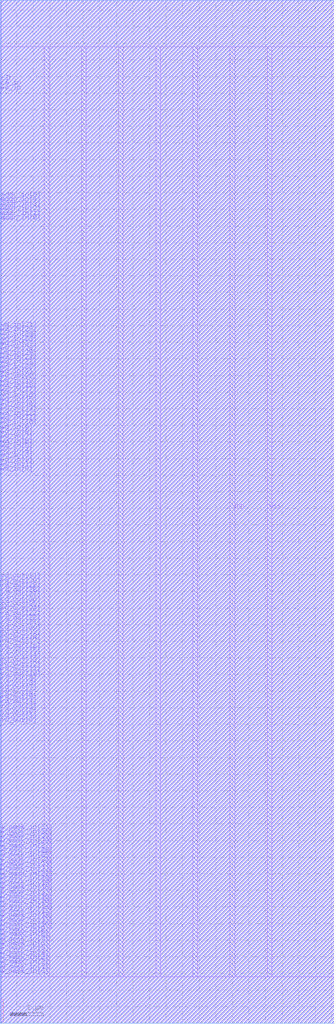
<source format=lef>
VERSION 5.7 ;
BUSBITCHARS "[]" ;
MACRO fakeram45_64x32_upper
  FOREIGN fakeram45_64x32_upper 0 0 ;
  SYMMETRY X Y R90 ;
  SIZE 0.19 BY 1.4 ;
  CLASS BLOCK ;
  PIN w_mask_in[0]
    DIRECTION INPUT ;
    USE SIGNAL ;
    SHAPE ABUTMENT ;
    PORT
      LAYER metal18 ;
      RECT 0.000 2.800 0.070 2.870 ;
    END
  END w_mask_in[0]
  PIN w_mask_in[1]
    DIRECTION INPUT ;
    USE SIGNAL ;
    SHAPE ABUTMENT ;
    PORT
      LAYER metal18 ;
      RECT 0.000 3.080 0.070 3.150 ;
    END
  END w_mask_in[1]
  PIN w_mask_in[2]
    DIRECTION INPUT ;
    USE SIGNAL ;
    SHAPE ABUTMENT ;
    PORT
      LAYER metal18 ;
      RECT 0.000 3.360 0.070 3.430 ;
    END
  END w_mask_in[2]
  PIN w_mask_in[3]
    DIRECTION INPUT ;
    USE SIGNAL ;
    SHAPE ABUTMENT ;
    PORT
      LAYER metal18 ;
      RECT 0.000 3.640 0.070 3.710 ;
    END
  END w_mask_in[3]
  PIN w_mask_in[4]
    DIRECTION INPUT ;
    USE SIGNAL ;
    SHAPE ABUTMENT ;
    PORT
      LAYER metal18 ;
      RECT 0.000 3.920 0.070 3.990 ;
    END
  END w_mask_in[4]
  PIN w_mask_in[5]
    DIRECTION INPUT ;
    USE SIGNAL ;
    SHAPE ABUTMENT ;
    PORT
      LAYER metal18 ;
      RECT 0.000 4.200 0.070 4.270 ;
    END
  END w_mask_in[5]
  PIN w_mask_in[6]
    DIRECTION INPUT ;
    USE SIGNAL ;
    SHAPE ABUTMENT ;
    PORT
      LAYER metal18 ;
      RECT 0.000 4.480 0.070 4.550 ;
    END
  END w_mask_in[6]
  PIN w_mask_in[7]
    DIRECTION INPUT ;
    USE SIGNAL ;
    SHAPE ABUTMENT ;
    PORT
      LAYER metal18 ;
      RECT 0.000 4.760 0.070 4.830 ;
    END
  END w_mask_in[7]
  PIN w_mask_in[8]
    DIRECTION INPUT ;
    USE SIGNAL ;
    SHAPE ABUTMENT ;
    PORT
      LAYER metal18 ;
      RECT 0.000 5.040 0.070 5.110 ;
    END
  END w_mask_in[8]
  PIN w_mask_in[9]
    DIRECTION INPUT ;
    USE SIGNAL ;
    SHAPE ABUTMENT ;
    PORT
      LAYER metal18 ;
      RECT 0.000 5.320 0.070 5.390 ;
    END
  END w_mask_in[9]
  PIN w_mask_in[10]
    DIRECTION INPUT ;
    USE SIGNAL ;
    SHAPE ABUTMENT ;
    PORT
      LAYER metal18 ;
      RECT 0.000 5.600 0.070 5.670 ;
    END
  END w_mask_in[10]
  PIN w_mask_in[11]
    DIRECTION INPUT ;
    USE SIGNAL ;
    SHAPE ABUTMENT ;
    PORT
      LAYER metal18 ;
      RECT 0.000 5.880 0.070 5.950 ;
    END
  END w_mask_in[11]
  PIN w_mask_in[12]
    DIRECTION INPUT ;
    USE SIGNAL ;
    SHAPE ABUTMENT ;
    PORT
      LAYER metal18 ;
      RECT 0.000 6.160 0.070 6.230 ;
    END
  END w_mask_in[12]
  PIN w_mask_in[13]
    DIRECTION INPUT ;
    USE SIGNAL ;
    SHAPE ABUTMENT ;
    PORT
      LAYER metal18 ;
      RECT 0.000 6.440 0.070 6.510 ;
    END
  END w_mask_in[13]
  PIN w_mask_in[14]
    DIRECTION INPUT ;
    USE SIGNAL ;
    SHAPE ABUTMENT ;
    PORT
      LAYER metal18 ;
      RECT 0.000 6.720 0.070 6.790 ;
    END
  END w_mask_in[14]
  PIN w_mask_in[15]
    DIRECTION INPUT ;
    USE SIGNAL ;
    SHAPE ABUTMENT ;
    PORT
      LAYER metal18 ;
      RECT 0.000 7.000 0.070 7.070 ;
    END
  END w_mask_in[15]
  PIN w_mask_in[16]
    DIRECTION INPUT ;
    USE SIGNAL ;
    SHAPE ABUTMENT ;
    PORT
      LAYER metal18 ;
      RECT 0.000 7.280 0.070 7.350 ;
    END
  END w_mask_in[16]
  PIN w_mask_in[17]
    DIRECTION INPUT ;
    USE SIGNAL ;
    SHAPE ABUTMENT ;
    PORT
      LAYER metal18 ;
      RECT 0.000 7.560 0.070 7.630 ;
    END
  END w_mask_in[17]
  PIN w_mask_in[18]
    DIRECTION INPUT ;
    USE SIGNAL ;
    SHAPE ABUTMENT ;
    PORT
      LAYER metal18 ;
      RECT 0.000 7.840 0.070 7.910 ;
    END
  END w_mask_in[18]
  PIN w_mask_in[19]
    DIRECTION INPUT ;
    USE SIGNAL ;
    SHAPE ABUTMENT ;
    PORT
      LAYER metal18 ;
      RECT 0.000 8.120 0.070 8.190 ;
    END
  END w_mask_in[19]
  PIN w_mask_in[20]
    DIRECTION INPUT ;
    USE SIGNAL ;
    SHAPE ABUTMENT ;
    PORT
      LAYER metal18 ;
      RECT 0.000 8.400 0.070 8.470 ;
    END
  END w_mask_in[20]
  PIN w_mask_in[21]
    DIRECTION INPUT ;
    USE SIGNAL ;
    SHAPE ABUTMENT ;
    PORT
      LAYER metal18 ;
      RECT 0.000 8.680 0.070 8.750 ;
    END
  END w_mask_in[21]
  PIN w_mask_in[22]
    DIRECTION INPUT ;
    USE SIGNAL ;
    SHAPE ABUTMENT ;
    PORT
      LAYER metal18 ;
      RECT 0.000 8.960 0.070 9.030 ;
    END
  END w_mask_in[22]
  PIN w_mask_in[23]
    DIRECTION INPUT ;
    USE SIGNAL ;
    SHAPE ABUTMENT ;
    PORT
      LAYER metal18 ;
      RECT 0.000 9.240 0.070 9.310 ;
    END
  END w_mask_in[23]
  PIN w_mask_in[24]
    DIRECTION INPUT ;
    USE SIGNAL ;
    SHAPE ABUTMENT ;
    PORT
      LAYER metal18 ;
      RECT 0.000 9.520 0.070 9.590 ;
    END
  END w_mask_in[24]
  PIN w_mask_in[25]
    DIRECTION INPUT ;
    USE SIGNAL ;
    SHAPE ABUTMENT ;
    PORT
      LAYER metal18 ;
      RECT 0.000 9.800 0.070 9.870 ;
    END
  END w_mask_in[25]
  PIN w_mask_in[26]
    DIRECTION INPUT ;
    USE SIGNAL ;
    SHAPE ABUTMENT ;
    PORT
      LAYER metal18 ;
      RECT 0.000 10.080 0.070 10.150 ;
    END
  END w_mask_in[26]
  PIN w_mask_in[27]
    DIRECTION INPUT ;
    USE SIGNAL ;
    SHAPE ABUTMENT ;
    PORT
      LAYER metal18 ;
      RECT 0.000 10.360 0.070 10.430 ;
    END
  END w_mask_in[27]
  PIN w_mask_in[28]
    DIRECTION INPUT ;
    USE SIGNAL ;
    SHAPE ABUTMENT ;
    PORT
      LAYER metal18 ;
      RECT 0.000 10.640 0.070 10.710 ;
    END
  END w_mask_in[28]
  PIN w_mask_in[29]
    DIRECTION INPUT ;
    USE SIGNAL ;
    SHAPE ABUTMENT ;
    PORT
      LAYER metal18 ;
      RECT 0.000 10.920 0.070 10.990 ;
    END
  END w_mask_in[29]
  PIN w_mask_in[30]
    DIRECTION INPUT ;
    USE SIGNAL ;
    SHAPE ABUTMENT ;
    PORT
      LAYER metal18 ;
      RECT 0.000 11.200 0.070 11.270 ;
    END
  END w_mask_in[30]
  PIN w_mask_in[31]
    DIRECTION INPUT ;
    USE SIGNAL ;
    SHAPE ABUTMENT ;
    PORT
      LAYER metal18 ;
      RECT 0.000 11.480 0.070 11.550 ;
    END
  END w_mask_in[31]
  PIN rd_out[0]
    DIRECTION OUTPUT ;
    USE SIGNAL ;
    SHAPE ABUTMENT ;
    PORT
      LAYER metal18 ;
      RECT 0.000 17.920 0.070 17.990 ;
    END
  END rd_out[0]
  PIN rd_out[1]
    DIRECTION OUTPUT ;
    USE SIGNAL ;
    SHAPE ABUTMENT ;
    PORT
      LAYER metal18 ;
      RECT 0.000 18.200 0.070 18.270 ;
    END
  END rd_out[1]
  PIN rd_out[2]
    DIRECTION OUTPUT ;
    USE SIGNAL ;
    SHAPE ABUTMENT ;
    PORT
      LAYER metal18 ;
      RECT 0.000 18.480 0.070 18.550 ;
    END
  END rd_out[2]
  PIN rd_out[3]
    DIRECTION OUTPUT ;
    USE SIGNAL ;
    SHAPE ABUTMENT ;
    PORT
      LAYER metal18 ;
      RECT 0.000 18.760 0.070 18.830 ;
    END
  END rd_out[3]
  PIN rd_out[4]
    DIRECTION OUTPUT ;
    USE SIGNAL ;
    SHAPE ABUTMENT ;
    PORT
      LAYER metal18 ;
      RECT 0.000 19.040 0.070 19.110 ;
    END
  END rd_out[4]
  PIN rd_out[5]
    DIRECTION OUTPUT ;
    USE SIGNAL ;
    SHAPE ABUTMENT ;
    PORT
      LAYER metal18 ;
      RECT 0.000 19.320 0.070 19.390 ;
    END
  END rd_out[5]
  PIN rd_out[6]
    DIRECTION OUTPUT ;
    USE SIGNAL ;
    SHAPE ABUTMENT ;
    PORT
      LAYER metal18 ;
      RECT 0.000 19.600 0.070 19.670 ;
    END
  END rd_out[6]
  PIN rd_out[7]
    DIRECTION OUTPUT ;
    USE SIGNAL ;
    SHAPE ABUTMENT ;
    PORT
      LAYER metal18 ;
      RECT 0.000 19.880 0.070 19.950 ;
    END
  END rd_out[7]
  PIN rd_out[8]
    DIRECTION OUTPUT ;
    USE SIGNAL ;
    SHAPE ABUTMENT ;
    PORT
      LAYER metal18 ;
      RECT 0.000 20.160 0.070 20.230 ;
    END
  END rd_out[8]
  PIN rd_out[9]
    DIRECTION OUTPUT ;
    USE SIGNAL ;
    SHAPE ABUTMENT ;
    PORT
      LAYER metal18 ;
      RECT 0.000 20.440 0.070 20.510 ;
    END
  END rd_out[9]
  PIN rd_out[10]
    DIRECTION OUTPUT ;
    USE SIGNAL ;
    SHAPE ABUTMENT ;
    PORT
      LAYER metal18 ;
      RECT 0.000 20.720 0.070 20.790 ;
    END
  END rd_out[10]
  PIN rd_out[11]
    DIRECTION OUTPUT ;
    USE SIGNAL ;
    SHAPE ABUTMENT ;
    PORT
      LAYER metal18 ;
      RECT 0.000 21.000 0.070 21.070 ;
    END
  END rd_out[11]
  PIN rd_out[12]
    DIRECTION OUTPUT ;
    USE SIGNAL ;
    SHAPE ABUTMENT ;
    PORT
      LAYER metal18 ;
      RECT 0.000 21.280 0.070 21.350 ;
    END
  END rd_out[12]
  PIN rd_out[13]
    DIRECTION OUTPUT ;
    USE SIGNAL ;
    SHAPE ABUTMENT ;
    PORT
      LAYER metal18 ;
      RECT 0.000 21.560 0.070 21.630 ;
    END
  END rd_out[13]
  PIN rd_out[14]
    DIRECTION OUTPUT ;
    USE SIGNAL ;
    SHAPE ABUTMENT ;
    PORT
      LAYER metal18 ;
      RECT 0.000 21.840 0.070 21.910 ;
    END
  END rd_out[14]
  PIN rd_out[15]
    DIRECTION OUTPUT ;
    USE SIGNAL ;
    SHAPE ABUTMENT ;
    PORT
      LAYER metal18 ;
      RECT 0.000 22.120 0.070 22.190 ;
    END
  END rd_out[15]
  PIN rd_out[16]
    DIRECTION OUTPUT ;
    USE SIGNAL ;
    SHAPE ABUTMENT ;
    PORT
      LAYER metal18 ;
      RECT 0.000 22.400 0.070 22.470 ;
    END
  END rd_out[16]
  PIN rd_out[17]
    DIRECTION OUTPUT ;
    USE SIGNAL ;
    SHAPE ABUTMENT ;
    PORT
      LAYER metal18 ;
      RECT 0.000 22.680 0.070 22.750 ;
    END
  END rd_out[17]
  PIN rd_out[18]
    DIRECTION OUTPUT ;
    USE SIGNAL ;
    SHAPE ABUTMENT ;
    PORT
      LAYER metal18 ;
      RECT 0.000 22.960 0.070 23.030 ;
    END
  END rd_out[18]
  PIN rd_out[19]
    DIRECTION OUTPUT ;
    USE SIGNAL ;
    SHAPE ABUTMENT ;
    PORT
      LAYER metal18 ;
      RECT 0.000 23.240 0.070 23.310 ;
    END
  END rd_out[19]
  PIN rd_out[20]
    DIRECTION OUTPUT ;
    USE SIGNAL ;
    SHAPE ABUTMENT ;
    PORT
      LAYER metal18 ;
      RECT 0.000 23.520 0.070 23.590 ;
    END
  END rd_out[20]
  PIN rd_out[21]
    DIRECTION OUTPUT ;
    USE SIGNAL ;
    SHAPE ABUTMENT ;
    PORT
      LAYER metal18 ;
      RECT 0.000 23.800 0.070 23.870 ;
    END
  END rd_out[21]
  PIN rd_out[22]
    DIRECTION OUTPUT ;
    USE SIGNAL ;
    SHAPE ABUTMENT ;
    PORT
      LAYER metal18 ;
      RECT 0.000 24.080 0.070 24.150 ;
    END
  END rd_out[22]
  PIN rd_out[23]
    DIRECTION OUTPUT ;
    USE SIGNAL ;
    SHAPE ABUTMENT ;
    PORT
      LAYER metal18 ;
      RECT 0.000 24.360 0.070 24.430 ;
    END
  END rd_out[23]
  PIN rd_out[24]
    DIRECTION OUTPUT ;
    USE SIGNAL ;
    SHAPE ABUTMENT ;
    PORT
      LAYER metal18 ;
      RECT 0.000 24.640 0.070 24.710 ;
    END
  END rd_out[24]
  PIN rd_out[25]
    DIRECTION OUTPUT ;
    USE SIGNAL ;
    SHAPE ABUTMENT ;
    PORT
      LAYER metal18 ;
      RECT 0.000 24.920 0.070 24.990 ;
    END
  END rd_out[25]
  PIN rd_out[26]
    DIRECTION OUTPUT ;
    USE SIGNAL ;
    SHAPE ABUTMENT ;
    PORT
      LAYER metal18 ;
      RECT 0.000 25.200 0.070 25.270 ;
    END
  END rd_out[26]
  PIN rd_out[27]
    DIRECTION OUTPUT ;
    USE SIGNAL ;
    SHAPE ABUTMENT ;
    PORT
      LAYER metal18 ;
      RECT 0.000 25.480 0.070 25.550 ;
    END
  END rd_out[27]
  PIN rd_out[28]
    DIRECTION OUTPUT ;
    USE SIGNAL ;
    SHAPE ABUTMENT ;
    PORT
      LAYER metal18 ;
      RECT 0.000 25.760 0.070 25.830 ;
    END
  END rd_out[28]
  PIN rd_out[29]
    DIRECTION OUTPUT ;
    USE SIGNAL ;
    SHAPE ABUTMENT ;
    PORT
      LAYER metal18 ;
      RECT 0.000 26.040 0.070 26.110 ;
    END
  END rd_out[29]
  PIN rd_out[30]
    DIRECTION OUTPUT ;
    USE SIGNAL ;
    SHAPE ABUTMENT ;
    PORT
      LAYER metal18 ;
      RECT 0.000 26.320 0.070 26.390 ;
    END
  END rd_out[30]
  PIN rd_out[31]
    DIRECTION OUTPUT ;
    USE SIGNAL ;
    SHAPE ABUTMENT ;
    PORT
      LAYER metal18 ;
      RECT 0.000 26.600 0.070 26.670 ;
    END
  END rd_out[31]
  PIN wd_in[0]
    DIRECTION INPUT ;
    USE SIGNAL ;
    SHAPE ABUTMENT ;
    PORT
      LAYER metal18 ;
      RECT 0.000 33.040 0.070 33.110 ;
    END
  END wd_in[0]
  PIN wd_in[1]
    DIRECTION INPUT ;
    USE SIGNAL ;
    SHAPE ABUTMENT ;
    PORT
      LAYER metal18 ;
      RECT 0.000 33.320 0.070 33.390 ;
    END
  END wd_in[1]
  PIN wd_in[2]
    DIRECTION INPUT ;
    USE SIGNAL ;
    SHAPE ABUTMENT ;
    PORT
      LAYER metal18 ;
      RECT 0.000 33.600 0.070 33.670 ;
    END
  END wd_in[2]
  PIN wd_in[3]
    DIRECTION INPUT ;
    USE SIGNAL ;
    SHAPE ABUTMENT ;
    PORT
      LAYER metal18 ;
      RECT 0.000 33.880 0.070 33.950 ;
    END
  END wd_in[3]
  PIN wd_in[4]
    DIRECTION INPUT ;
    USE SIGNAL ;
    SHAPE ABUTMENT ;
    PORT
      LAYER metal18 ;
      RECT 0.000 34.160 0.070 34.230 ;
    END
  END wd_in[4]
  PIN wd_in[5]
    DIRECTION INPUT ;
    USE SIGNAL ;
    SHAPE ABUTMENT ;
    PORT
      LAYER metal18 ;
      RECT 0.000 34.440 0.070 34.510 ;
    END
  END wd_in[5]
  PIN wd_in[6]
    DIRECTION INPUT ;
    USE SIGNAL ;
    SHAPE ABUTMENT ;
    PORT
      LAYER metal18 ;
      RECT 0.000 34.720 0.070 34.790 ;
    END
  END wd_in[6]
  PIN wd_in[7]
    DIRECTION INPUT ;
    USE SIGNAL ;
    SHAPE ABUTMENT ;
    PORT
      LAYER metal18 ;
      RECT 0.000 35.000 0.070 35.070 ;
    END
  END wd_in[7]
  PIN wd_in[8]
    DIRECTION INPUT ;
    USE SIGNAL ;
    SHAPE ABUTMENT ;
    PORT
      LAYER metal18 ;
      RECT 0.000 35.280 0.070 35.350 ;
    END
  END wd_in[8]
  PIN wd_in[9]
    DIRECTION INPUT ;
    USE SIGNAL ;
    SHAPE ABUTMENT ;
    PORT
      LAYER metal18 ;
      RECT 0.000 35.560 0.070 35.630 ;
    END
  END wd_in[9]
  PIN wd_in[10]
    DIRECTION INPUT ;
    USE SIGNAL ;
    SHAPE ABUTMENT ;
    PORT
      LAYER metal18 ;
      RECT 0.000 35.840 0.070 35.910 ;
    END
  END wd_in[10]
  PIN wd_in[11]
    DIRECTION INPUT ;
    USE SIGNAL ;
    SHAPE ABUTMENT ;
    PORT
      LAYER metal18 ;
      RECT 0.000 36.120 0.070 36.190 ;
    END
  END wd_in[11]
  PIN wd_in[12]
    DIRECTION INPUT ;
    USE SIGNAL ;
    SHAPE ABUTMENT ;
    PORT
      LAYER metal18 ;
      RECT 0.000 36.400 0.070 36.470 ;
    END
  END wd_in[12]
  PIN wd_in[13]
    DIRECTION INPUT ;
    USE SIGNAL ;
    SHAPE ABUTMENT ;
    PORT
      LAYER metal18 ;
      RECT 0.000 36.680 0.070 36.750 ;
    END
  END wd_in[13]
  PIN wd_in[14]
    DIRECTION INPUT ;
    USE SIGNAL ;
    SHAPE ABUTMENT ;
    PORT
      LAYER metal18 ;
      RECT 0.000 36.960 0.070 37.030 ;
    END
  END wd_in[14]
  PIN wd_in[15]
    DIRECTION INPUT ;
    USE SIGNAL ;
    SHAPE ABUTMENT ;
    PORT
      LAYER metal18 ;
      RECT 0.000 37.240 0.070 37.310 ;
    END
  END wd_in[15]
  PIN wd_in[16]
    DIRECTION INPUT ;
    USE SIGNAL ;
    SHAPE ABUTMENT ;
    PORT
      LAYER metal18 ;
      RECT 0.000 37.520 0.070 37.590 ;
    END
  END wd_in[16]
  PIN wd_in[17]
    DIRECTION INPUT ;
    USE SIGNAL ;
    SHAPE ABUTMENT ;
    PORT
      LAYER metal18 ;
      RECT 0.000 37.800 0.070 37.870 ;
    END
  END wd_in[17]
  PIN wd_in[18]
    DIRECTION INPUT ;
    USE SIGNAL ;
    SHAPE ABUTMENT ;
    PORT
      LAYER metal18 ;
      RECT 0.000 38.080 0.070 38.150 ;
    END
  END wd_in[18]
  PIN wd_in[19]
    DIRECTION INPUT ;
    USE SIGNAL ;
    SHAPE ABUTMENT ;
    PORT
      LAYER metal18 ;
      RECT 0.000 38.360 0.070 38.430 ;
    END
  END wd_in[19]
  PIN wd_in[20]
    DIRECTION INPUT ;
    USE SIGNAL ;
    SHAPE ABUTMENT ;
    PORT
      LAYER metal18 ;
      RECT 0.000 38.640 0.070 38.710 ;
    END
  END wd_in[20]
  PIN wd_in[21]
    DIRECTION INPUT ;
    USE SIGNAL ;
    SHAPE ABUTMENT ;
    PORT
      LAYER metal18 ;
      RECT 0.000 38.920 0.070 38.990 ;
    END
  END wd_in[21]
  PIN wd_in[22]
    DIRECTION INPUT ;
    USE SIGNAL ;
    SHAPE ABUTMENT ;
    PORT
      LAYER metal18 ;
      RECT 0.000 39.200 0.070 39.270 ;
    END
  END wd_in[22]
  PIN wd_in[23]
    DIRECTION INPUT ;
    USE SIGNAL ;
    SHAPE ABUTMENT ;
    PORT
      LAYER metal18 ;
      RECT 0.000 39.480 0.070 39.550 ;
    END
  END wd_in[23]
  PIN wd_in[24]
    DIRECTION INPUT ;
    USE SIGNAL ;
    SHAPE ABUTMENT ;
    PORT
      LAYER metal18 ;
      RECT 0.000 39.760 0.070 39.830 ;
    END
  END wd_in[24]
  PIN wd_in[25]
    DIRECTION INPUT ;
    USE SIGNAL ;
    SHAPE ABUTMENT ;
    PORT
      LAYER metal18 ;
      RECT 0.000 40.040 0.070 40.110 ;
    END
  END wd_in[25]
  PIN wd_in[26]
    DIRECTION INPUT ;
    USE SIGNAL ;
    SHAPE ABUTMENT ;
    PORT
      LAYER metal18 ;
      RECT 0.000 40.320 0.070 40.390 ;
    END
  END wd_in[26]
  PIN wd_in[27]
    DIRECTION INPUT ;
    USE SIGNAL ;
    SHAPE ABUTMENT ;
    PORT
      LAYER metal18 ;
      RECT 0.000 40.600 0.070 40.670 ;
    END
  END wd_in[27]
  PIN wd_in[28]
    DIRECTION INPUT ;
    USE SIGNAL ;
    SHAPE ABUTMENT ;
    PORT
      LAYER metal18 ;
      RECT 0.000 40.880 0.070 40.950 ;
    END
  END wd_in[28]
  PIN wd_in[29]
    DIRECTION INPUT ;
    USE SIGNAL ;
    SHAPE ABUTMENT ;
    PORT
      LAYER metal18 ;
      RECT 0.000 41.160 0.070 41.230 ;
    END
  END wd_in[29]
  PIN wd_in[30]
    DIRECTION INPUT ;
    USE SIGNAL ;
    SHAPE ABUTMENT ;
    PORT
      LAYER metal18 ;
      RECT 0.000 41.440 0.070 41.510 ;
    END
  END wd_in[30]
  PIN wd_in[31]
    DIRECTION INPUT ;
    USE SIGNAL ;
    SHAPE ABUTMENT ;
    PORT
      LAYER metal18 ;
      RECT 0.000 41.720 0.070 41.790 ;
    END
  END wd_in[31]
  PIN addr_in[0]
    DIRECTION INPUT ;
    USE SIGNAL ;
    SHAPE ABUTMENT ;
    PORT
      LAYER metal18 ;
      RECT 0.000 48.160 0.070 48.230 ;
    END
  END addr_in[0]
  PIN addr_in[1]
    DIRECTION INPUT ;
    USE SIGNAL ;
    SHAPE ABUTMENT ;
    PORT
      LAYER metal18 ;
      RECT 0.000 48.440 0.070 48.510 ;
    END
  END addr_in[1]
  PIN addr_in[2]
    DIRECTION INPUT ;
    USE SIGNAL ;
    SHAPE ABUTMENT ;
    PORT
      LAYER metal18 ;
      RECT 0.000 48.720 0.070 48.790 ;
    END
  END addr_in[2]
  PIN addr_in[3]
    DIRECTION INPUT ;
    USE SIGNAL ;
    SHAPE ABUTMENT ;
    PORT
      LAYER metal18 ;
      RECT 0.000 49.000 0.070 49.070 ;
    END
  END addr_in[3]
  PIN addr_in[4]
    DIRECTION INPUT ;
    USE SIGNAL ;
    SHAPE ABUTMENT ;
    PORT
      LAYER metal18 ;
      RECT 0.000 49.280 0.070 49.350 ;
    END
  END addr_in[4]
  PIN addr_in[5]
    DIRECTION INPUT ;
    USE SIGNAL ;
    SHAPE ABUTMENT ;
    PORT
      LAYER metal18 ;
      RECT 0.000 49.560 0.070 49.630 ;
    END
  END addr_in[5]
  PIN we_in
    DIRECTION INPUT ;
    USE SIGNAL ;
    SHAPE ABUTMENT ;
    PORT
      LAYER metal18 ;
      RECT 0.000 56.000 0.070 56.070 ;
    END
  END we_in
  PIN ce_in
    DIRECTION INPUT ;
    USE SIGNAL ;
    SHAPE ABUTMENT ;
    PORT
      LAYER metal18 ;
      RECT 0.000 56.280 0.070 56.350 ;
    END
  END ce_in
  PIN clk
    DIRECTION INPUT ;
    USE SIGNAL ;
    SHAPE ABUTMENT ;
    PORT
      LAYER metal18 ;
      RECT 0.000 56.560 0.070 56.630 ;
    END
  END clk
  PIN VSS
    DIRECTION INOUT ;
    USE GROUND ;
    PORT
      LAYER metal17 ;
      RECT 2.660 2.800 2.940 58.800 ;
      RECT 7.140 2.800 7.420 58.800 ;
      RECT 11.620 2.800 11.900 58.800 ;
      RECT 16.100 2.800 16.380 58.800 ;
    END
  END VSS
  PIN VDD
    DIRECTION INOUT ;
    USE POWER ;
    PORT
      LAYER metal17 ;
      RECT 4.900 2.800 5.180 58.800 ;
      RECT 9.380 2.800 9.660 58.800 ;
      RECT 13.860 2.800 14.140 58.800 ;
    END
  END VDD
  OBS
    LAYER metal20 ;
    RECT 0 0 20.140 61.600 ;
    LAYER metal19 ;
    RECT 0 0 20.140 61.600 ;
    LAYER metal18 ;
    RECT 0.070 0 20.140 61.600 ;
    RECT 0 0.000 0.070 2.800 ;
    RECT 0 2.870 0.070 3.080 ;
    RECT 0 3.150 0.070 3.360 ;
    RECT 0 3.430 0.070 3.640 ;
    RECT 0 3.710 0.070 3.920 ;
    RECT 0 3.990 0.070 4.200 ;
    RECT 0 4.270 0.070 4.480 ;
    RECT 0 4.550 0.070 4.760 ;
    RECT 0 4.830 0.070 5.040 ;
    RECT 0 5.110 0.070 5.320 ;
    RECT 0 5.390 0.070 5.600 ;
    RECT 0 5.670 0.070 5.880 ;
    RECT 0 5.950 0.070 6.160 ;
    RECT 0 6.230 0.070 6.440 ;
    RECT 0 6.510 0.070 6.720 ;
    RECT 0 6.790 0.070 7.000 ;
    RECT 0 7.070 0.070 7.280 ;
    RECT 0 7.350 0.070 7.560 ;
    RECT 0 7.630 0.070 7.840 ;
    RECT 0 7.910 0.070 8.120 ;
    RECT 0 8.190 0.070 8.400 ;
    RECT 0 8.470 0.070 8.680 ;
    RECT 0 8.750 0.070 8.960 ;
    RECT 0 9.030 0.070 9.240 ;
    RECT 0 9.310 0.070 9.520 ;
    RECT 0 9.590 0.070 9.800 ;
    RECT 0 9.870 0.070 10.080 ;
    RECT 0 10.150 0.070 10.360 ;
    RECT 0 10.430 0.070 10.640 ;
    RECT 0 10.710 0.070 10.920 ;
    RECT 0 10.990 0.070 11.200 ;
    RECT 0 11.270 0.070 11.480 ;
    RECT 0 11.550 0.070 17.920 ;
    RECT 0 17.990 0.070 18.200 ;
    RECT 0 18.270 0.070 18.480 ;
    RECT 0 18.550 0.070 18.760 ;
    RECT 0 18.830 0.070 19.040 ;
    RECT 0 19.110 0.070 19.320 ;
    RECT 0 19.390 0.070 19.600 ;
    RECT 0 19.670 0.070 19.880 ;
    RECT 0 19.950 0.070 20.160 ;
    RECT 0 20.230 0.070 20.440 ;
    RECT 0 20.510 0.070 20.720 ;
    RECT 0 20.790 0.070 21.000 ;
    RECT 0 21.070 0.070 21.280 ;
    RECT 0 21.350 0.070 21.560 ;
    RECT 0 21.630 0.070 21.840 ;
    RECT 0 21.910 0.070 22.120 ;
    RECT 0 22.190 0.070 22.400 ;
    RECT 0 22.470 0.070 22.680 ;
    RECT 0 22.750 0.070 22.960 ;
    RECT 0 23.030 0.070 23.240 ;
    RECT 0 23.310 0.070 23.520 ;
    RECT 0 23.590 0.070 23.800 ;
    RECT 0 23.870 0.070 24.080 ;
    RECT 0 24.150 0.070 24.360 ;
    RECT 0 24.430 0.070 24.640 ;
    RECT 0 24.710 0.070 24.920 ;
    RECT 0 24.990 0.070 25.200 ;
    RECT 0 25.270 0.070 25.480 ;
    RECT 0 25.550 0.070 25.760 ;
    RECT 0 25.830 0.070 26.040 ;
    RECT 0 26.110 0.070 26.320 ;
    RECT 0 26.390 0.070 26.600 ;
    RECT 0 26.670 0.070 33.040 ;
    RECT 0 33.110 0.070 33.320 ;
    RECT 0 33.390 0.070 33.600 ;
    RECT 0 33.670 0.070 33.880 ;
    RECT 0 33.950 0.070 34.160 ;
    RECT 0 34.230 0.070 34.440 ;
    RECT 0 34.510 0.070 34.720 ;
    RECT 0 34.790 0.070 35.000 ;
    RECT 0 35.070 0.070 35.280 ;
    RECT 0 35.350 0.070 35.560 ;
    RECT 0 35.630 0.070 35.840 ;
    RECT 0 35.910 0.070 36.120 ;
    RECT 0 36.190 0.070 36.400 ;
    RECT 0 36.470 0.070 36.680 ;
    RECT 0 36.750 0.070 36.960 ;
    RECT 0 37.030 0.070 37.240 ;
    RECT 0 37.310 0.070 37.520 ;
    RECT 0 37.590 0.070 37.800 ;
    RECT 0 37.870 0.070 38.080 ;
    RECT 0 38.150 0.070 38.360 ;
    RECT 0 38.430 0.070 38.640 ;
    RECT 0 38.710 0.070 38.920 ;
    RECT 0 38.990 0.070 39.200 ;
    RECT 0 39.270 0.070 39.480 ;
    RECT 0 39.550 0.070 39.760 ;
    RECT 0 39.830 0.070 40.040 ;
    RECT 0 40.110 0.070 40.320 ;
    RECT 0 40.390 0.070 40.600 ;
    RECT 0 40.670 0.070 40.880 ;
    RECT 0 40.950 0.070 41.160 ;
    RECT 0 41.230 0.070 41.440 ;
    RECT 0 41.510 0.070 41.720 ;
    RECT 0 41.790 0.070 48.160 ;
    RECT 0 48.230 0.070 48.440 ;
    RECT 0 48.510 0.070 48.720 ;
    RECT 0 48.790 0.070 49.000 ;
    RECT 0 49.070 0.070 49.280 ;
    RECT 0 49.350 0.070 49.560 ;
    RECT 0 49.630 0.070 56.000 ;
    RECT 0 56.070 0.070 56.280 ;
    RECT 0 56.350 0.070 56.560 ;
    RECT 0 56.630 0.070 61.600 ;
    LAYER metal17 ;
    RECT 0 0 20.140 2.800 ;
    RECT 0 58.800 20.140 61.600 ;
    RECT 0.000 2.800 2.660 58.800 ;
    RECT 2.940 2.800 4.900 58.800 ;
    RECT 5.180 2.800 7.140 58.800 ;
    RECT 7.420 2.800 9.380 58.800 ;
    RECT 9.660 2.800 11.620 58.800 ;
    RECT 11.900 2.800 13.860 58.800 ;
    RECT 14.140 2.800 16.100 58.800 ;
    RECT 16.380 2.800 20.140 58.800 ;
  END
END fakeram45_64x32_upper

END LIBRARY

</source>
